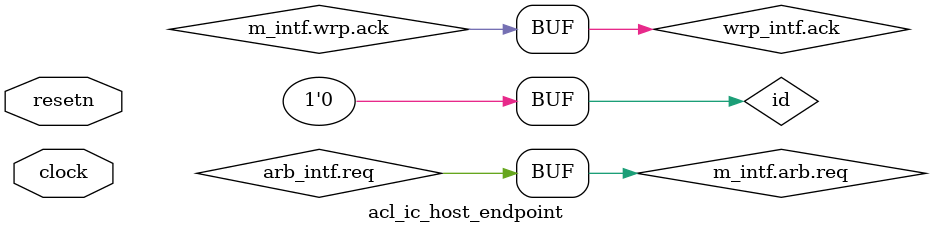
<source format=sv>



module acl_ic_host_endpoint
#(
   parameter integer DATA_W = 32,              // > 0
   parameter integer BURSTCOUNT_W = 4,         // > 0
   parameter integer ADDRESS_W = 32,           // > 0
   parameter integer BYTEENA_W = DATA_W / 8,   // > 0
   parameter integer ID_W = 1,                 // > 0

   // (NUM_READ_HOSTS + NUM_WRITE_HOSTS) should be > 0
   parameter integer NUM_READ_HOSTS = 1,     // >= 0
   parameter integer NUM_WRITE_HOSTS = 1,    // >= 0

   parameter integer ID = 0                    // [0..2^ID_W-1]
)
(
   input logic clock,
   input logic resetn,

   acl_ic_host_intf m_intf,

   acl_arb_intf arb_intf,
   acl_ic_wrp_intf wrp_intf,
   acl_ic_rrp_intf rrp_intf
);

   // There shouldn't be any truncation, but be explicit about the id width.
   logic [ID_W-1:0] id = ID;

   // Pass-through arbitration data.
   assign arb_intf.req = m_intf.arb.req;
   assign m_intf.arb.stall = arb_intf.stall;

   // If only one host, no need to check ID

   generate
     // Write return path.
     if (NUM_WRITE_HOSTS > 1) begin
       assign m_intf.wrp.ack = wrp_intf.ack & (wrp_intf.id == id);
     end else begin
       assign m_intf.wrp.ack = wrp_intf.ack;
     end

     // Read return path.
     if (NUM_READ_HOSTS > 1) begin
       assign m_intf.rrp.datavalid = rrp_intf.datavalid & (rrp_intf.id == id);
       assign m_intf.rrp.data = rrp_intf.data;
     end else begin
       assign m_intf.rrp.datavalid = rrp_intf.datavalid;
       assign m_intf.rrp.data = rrp_intf.data;
     end

   endgenerate

endmodule


</source>
